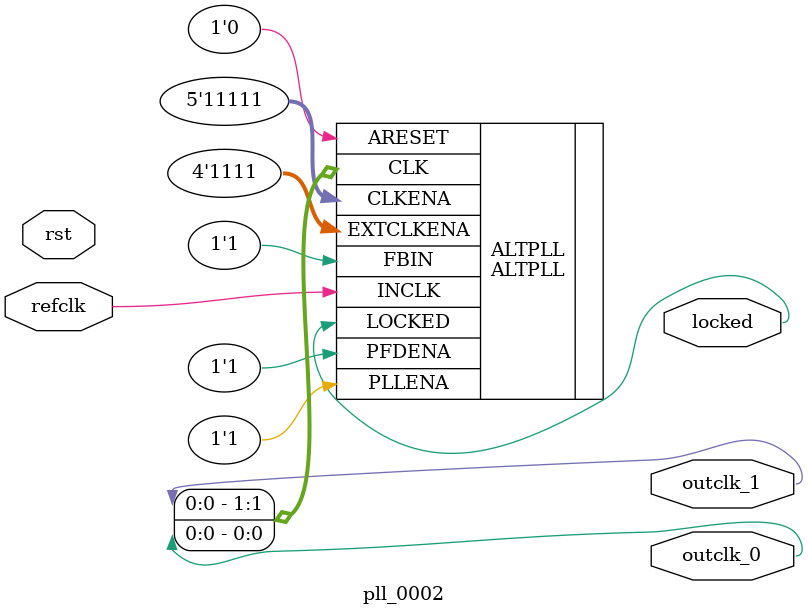
<source format=v>
`timescale 1ns/10ps
module  pll_0002(

	// interface 'refclk'
	input wire refclk,

	// interface 'reset'
	input wire rst,

	// interface 'outclk0'
	output wire outclk_0,

	// interface 'outclk1'
	output wire outclk_1,

	// interface 'locked'
	output wire locked
);
`ifdef CYCLONEV
	altera_pll #(
		.fractional_vco_multiplier("true"),
		.reference_clock_frequency("50.0 MHz"),
		.operation_mode("direct"),
		.number_of_clocks(2),
		.output_clock_frequency0("48.648000 MHz"),
		.phase_shift0("0 ps"),
		.duty_cycle0(50),
		.output_clock_frequency1("24.324000 MHz"),
		.phase_shift1("0 ps"),
		.duty_cycle1(50),
		.pll_type("General"),
		.pll_subtype("General")
	) altera_pll_i (
		.rst	(rst),
		.outclk	({outclk_1, outclk_0}),
		.locked	(locked),
		.fboutclk	( ),
		.fbclk	(1'b0),
		.refclk	(refclk)
	);
`else
	ALTPLL #(
		.BANDWIDTH_TYPE("AUTO"),
		.CLK0_DIVIDE_BY(10'd27),   // 48.648 MHz ~= 50 MHz * 26 / 27
		.CLK0_DUTY_CYCLE(6'd50),
		.CLK0_MULTIPLY_BY(10'd26),
		.CLK0_PHASE_SHIFT(1'd0),
		.CLK1_DIVIDE_BY(10'd54),   // 24.324 MHz ~= 50 MHz * 26 / 54
		.CLK1_DUTY_CYCLE(6'd50),
		.CLK1_MULTIPLY_BY(10'd26),
		.CLK1_PHASE_SHIFT(1'd0),
		.COMPENSATE_CLOCK("CLK0"),
		.INCLK0_INPUT_FREQUENCY(15'd20000),
		.OPERATION_MODE("NORMAL")
	) ALTPLL (
		.ARESET(1'd0),
		.CLKENA(5'd31),
		.EXTCLKENA(4'd15),
		.FBIN(1'd1),
		.INCLK(refclk),
		.PFDENA(1'd1),
		.PLLENA(1'd1),
		.CLK({outclk_1, outclk_0}),
		.LOCKED(locked)
	);
`endif
endmodule


</source>
